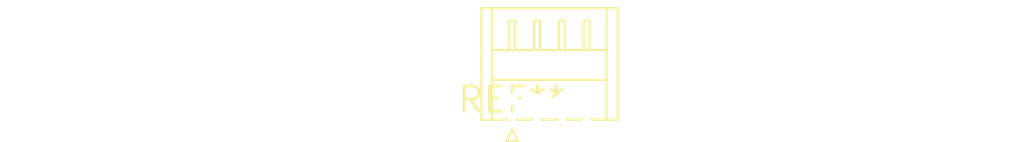
<source format=kicad_pcb>
(kicad_pcb (version 20240108) (generator pcbnew)
  (layers (0 "F.Cu" signal) (31 "B.Cu" signal) (34 "B.Paste" user) (35 "F.Paste" user) (36 "B.SilkS" user "B.Silkscreen") (37 "F.SilkS" user "F.Silkscreen") (38 "B.Mask" user) (39 "F.Mask" user) (44 "Edge.Cuts" user))
  (net 0 "")
  (footprint "Hirose_DF13-04P-1.25DS_1x04_P1.25mm_Horizontal" (layer "F.Cu") (at 0 0)
    (property "Reference" "REF**")
    (property "Value" "Hirose_DF13-04P-1.25DS_1x04_P1.25mm_Horizontal")
    (fp_line (start -1.56 -4.61) (end 5.31 -4.61) (layer "F.SilkS") (stroke (width 0.12)))
    (fp_line (start -1.56 1.01) (end -1.56 -4.61) (layer "F.SilkS") (stroke (width 0.12)))
    (fp_line (start -1.01 -4.61) (end -1.01 1.01) (layer "F.SilkS") (stroke (width 0.12)))
    (fp_line (start -1.01 -2.5) (end 4.76 -2.5) (layer "F.SilkS") (stroke (width 0.12)))
    (fp_line (start -1.01 -1) (end 4.76 -1) (layer "F.SilkS") (stroke (width 0.12)))
    (fp_line (start -0.3 2.1) (end 0.3 2.1) (layer "F.SilkS") (stroke (width 0.12)))
    (fp_line (start -0.25 0.96) (end -0.25 1.01) (layer "F.SilkS") (stroke (width 0.12)))
    (fp_line (start -0.25 1.01) (end -1.56 1.01) (layer "F.SilkS") (stroke (width 0.12)))
    (fp_line (start -0.15 -3.9625) (end 0 -4) (layer "F.SilkS") (stroke (width 0.12)))
    (fp_line (start -0.15 -2.5) (end -0.15 -3.9625) (layer "F.SilkS") (stroke (width 0.12)))
    (fp_line (start 0 -4) (end 0.15 -3.9625) (layer "F.SilkS") (stroke (width 0.12)))
    (fp_line (start 0 1.5) (end -0.3 2.1) (layer "F.SilkS") (stroke (width 0.12)))
    (fp_line (start 0.15 -3.9625) (end 0.15 -2.5) (layer "F.SilkS") (stroke (width 0.12)))
    (fp_line (start 0.25 0.96) (end 0.25 1.01) (layer "F.SilkS") (stroke (width 0.12)))
    (fp_line (start 0.25 1.01) (end 1 1.01) (layer "F.SilkS") (stroke (width 0.12)))
    (fp_line (start 0.3 2.1) (end 0 1.5) (layer "F.SilkS") (stroke (width 0.12)))
    (fp_line (start 1 1.01) (end 1 0.96) (layer "F.SilkS") (stroke (width 0.12)))
    (fp_line (start 1.1 -3.9625) (end 1.25 -4) (layer "F.SilkS") (stroke (width 0.12)))
    (fp_line (start 1.1 -2.5) (end 1.1 -3.9625) (layer "F.SilkS") (stroke (width 0.12)))
    (fp_line (start 1.25 -4) (end 1.4 -3.9625) (layer "F.SilkS") (stroke (width 0.12)))
    (fp_line (start 1.4 -3.9625) (end 1.4 -2.5) (layer "F.SilkS") (stroke (width 0.12)))
    (fp_line (start 1.5 0.96) (end 1.5 1.01) (layer "F.SilkS") (stroke (width 0.12)))
    (fp_line (start 1.5 1.01) (end 2.25 1.01) (layer "F.SilkS") (stroke (width 0.12)))
    (fp_line (start 2.25 1.01) (end 2.25 0.96) (layer "F.SilkS") (stroke (width 0.12)))
    (fp_line (start 2.35 -3.9625) (end 2.5 -4) (layer "F.SilkS") (stroke (width 0.12)))
    (fp_line (start 2.35 -2.5) (end 2.35 -3.9625) (layer "F.SilkS") (stroke (width 0.12)))
    (fp_line (start 2.5 -4) (end 2.65 -3.9625) (layer "F.SilkS") (stroke (width 0.12)))
    (fp_line (start 2.65 -3.9625) (end 2.65 -2.5) (layer "F.SilkS") (stroke (width 0.12)))
    (fp_line (start 2.75 0.96) (end 2.75 1.01) (layer "F.SilkS") (stroke (width 0.12)))
    (fp_line (start 2.75 1.01) (end 3.5 1.01) (layer "F.SilkS") (stroke (width 0.12)))
    (fp_line (start 3.5 1.01) (end 3.5 0.96) (layer "F.SilkS") (stroke (width 0.12)))
    (fp_line (start 3.6 -3.9625) (end 3.75 -4) (layer "F.SilkS") (stroke (width 0.12)))
    (fp_line (start 3.6 -2.5) (end 3.6 -3.9625) (layer "F.SilkS") (stroke (width 0.12)))
    (fp_line (start 3.75 -4) (end 3.9 -3.9625) (layer "F.SilkS") (stroke (width 0.12)))
    (fp_line (start 3.9 -3.9625) (end 3.9 -2.5) (layer "F.SilkS") (stroke (width 0.12)))
    (fp_line (start 4 1.01) (end 4 0.96) (layer "F.SilkS") (stroke (width 0.12)))
    (fp_line (start 4.76 -4.61) (end 4.76 1.01) (layer "F.SilkS") (stroke (width 0.12)))
    (fp_line (start 5.31 -4.61) (end 5.31 1.01) (layer "F.SilkS") (stroke (width 0.12)))
    (fp_line (start 5.31 1.01) (end 4 1.01) (layer "F.SilkS") (stroke (width 0.12)))
    (pad "1" thru_hole roundrect (at 0 0) (size 0.9 1.4) (drill 0.6) (layers *.Cu *.Mask) (remove_unused_layers))
    (pad "2" thru_hole oval (at 1.25 0) (size 0.9 1.4) (drill 0.6) (layers *.Cu *.Mask) (remove_unused_layers))
    (pad "3" thru_hole oval (at 2.5 0) (size 0.9 1.4) (drill 0.6) (layers *.Cu *.Mask) (remove_unused_layers))
    (pad "4" thru_hole oval (at 3.75 0) (size 0.9 1.4) (drill 0.6) (layers *.Cu *.Mask) (remove_unused_layers))
  )
)
</source>
